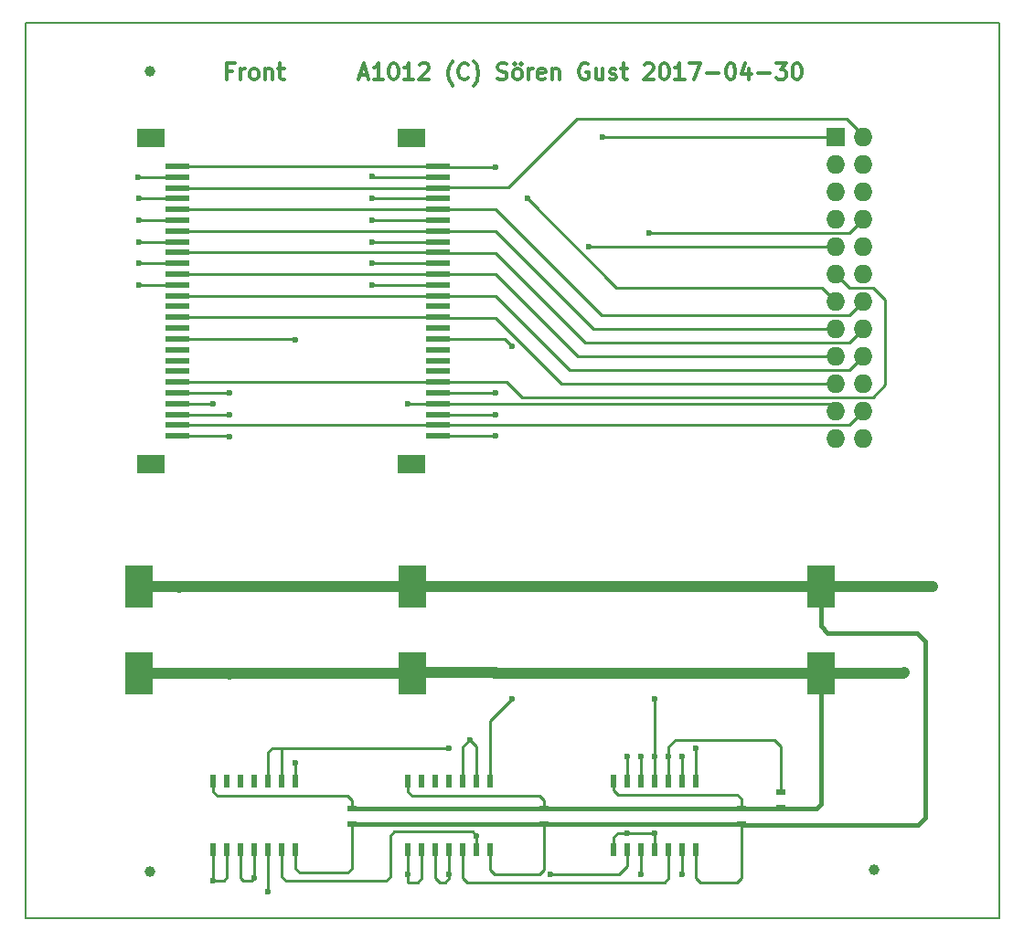
<source format=gbr>
G04 #@! TF.FileFunction,Copper,L1,Top,Signal*
%FSLAX46Y46*%
G04 Gerber Fmt 4.6, Leading zero omitted, Abs format (unit mm)*
G04 Created by KiCad (PCBNEW 4.0.5+dfsg1-4~bpo8+1) date Sun Apr 30 20:15:14 2017*
%MOMM*%
%LPD*%
G01*
G04 APERTURE LIST*
%ADD10C,0.100000*%
%ADD11C,0.300000*%
%ADD12C,0.150000*%
%ADD13R,0.900000X0.500000*%
%ADD14R,2.500000X4.000000*%
%ADD15R,1.727200X1.727200*%
%ADD16O,1.727200X1.727200*%
%ADD17R,2.200000X0.600000*%
%ADD18R,2.600000X1.800000*%
%ADD19R,0.508000X1.143000*%
%ADD20C,1.000000*%
%ADD21C,0.600000*%
%ADD22C,1.000000*%
%ADD23C,0.400000*%
%ADD24C,0.250000*%
G04 APERTURE END LIST*
D10*
D11*
X165463717Y-76831000D02*
X166178003Y-76831000D01*
X165320860Y-77259571D02*
X165820860Y-75759571D01*
X166320860Y-77259571D01*
X167606574Y-77259571D02*
X166749431Y-77259571D01*
X167178003Y-77259571D02*
X167178003Y-75759571D01*
X167035146Y-75973857D01*
X166892288Y-76116714D01*
X166749431Y-76188143D01*
X168535145Y-75759571D02*
X168678002Y-75759571D01*
X168820859Y-75831000D01*
X168892288Y-75902429D01*
X168963717Y-76045286D01*
X169035145Y-76331000D01*
X169035145Y-76688143D01*
X168963717Y-76973857D01*
X168892288Y-77116714D01*
X168820859Y-77188143D01*
X168678002Y-77259571D01*
X168535145Y-77259571D01*
X168392288Y-77188143D01*
X168320859Y-77116714D01*
X168249431Y-76973857D01*
X168178002Y-76688143D01*
X168178002Y-76331000D01*
X168249431Y-76045286D01*
X168320859Y-75902429D01*
X168392288Y-75831000D01*
X168535145Y-75759571D01*
X170463716Y-77259571D02*
X169606573Y-77259571D01*
X170035145Y-77259571D02*
X170035145Y-75759571D01*
X169892288Y-75973857D01*
X169749430Y-76116714D01*
X169606573Y-76188143D01*
X171035144Y-75902429D02*
X171106573Y-75831000D01*
X171249430Y-75759571D01*
X171606573Y-75759571D01*
X171749430Y-75831000D01*
X171820859Y-75902429D01*
X171892287Y-76045286D01*
X171892287Y-76188143D01*
X171820859Y-76402429D01*
X170963716Y-77259571D01*
X171892287Y-77259571D01*
X174106572Y-77831000D02*
X174035144Y-77759571D01*
X173892287Y-77545286D01*
X173820858Y-77402429D01*
X173749429Y-77188143D01*
X173678001Y-76831000D01*
X173678001Y-76545286D01*
X173749429Y-76188143D01*
X173820858Y-75973857D01*
X173892287Y-75831000D01*
X174035144Y-75616714D01*
X174106572Y-75545286D01*
X175535144Y-77116714D02*
X175463715Y-77188143D01*
X175249429Y-77259571D01*
X175106572Y-77259571D01*
X174892287Y-77188143D01*
X174749429Y-77045286D01*
X174678001Y-76902429D01*
X174606572Y-76616714D01*
X174606572Y-76402429D01*
X174678001Y-76116714D01*
X174749429Y-75973857D01*
X174892287Y-75831000D01*
X175106572Y-75759571D01*
X175249429Y-75759571D01*
X175463715Y-75831000D01*
X175535144Y-75902429D01*
X176035144Y-77831000D02*
X176106572Y-77759571D01*
X176249429Y-77545286D01*
X176320858Y-77402429D01*
X176392287Y-77188143D01*
X176463715Y-76831000D01*
X176463715Y-76545286D01*
X176392287Y-76188143D01*
X176320858Y-75973857D01*
X176249429Y-75831000D01*
X176106572Y-75616714D01*
X176035144Y-75545286D01*
X178249429Y-77188143D02*
X178463715Y-77259571D01*
X178820858Y-77259571D01*
X178963715Y-77188143D01*
X179035144Y-77116714D01*
X179106572Y-76973857D01*
X179106572Y-76831000D01*
X179035144Y-76688143D01*
X178963715Y-76616714D01*
X178820858Y-76545286D01*
X178535144Y-76473857D01*
X178392286Y-76402429D01*
X178320858Y-76331000D01*
X178249429Y-76188143D01*
X178249429Y-76045286D01*
X178320858Y-75902429D01*
X178392286Y-75831000D01*
X178535144Y-75759571D01*
X178892286Y-75759571D01*
X179106572Y-75831000D01*
X179963715Y-77259571D02*
X179820857Y-77188143D01*
X179749429Y-77116714D01*
X179678000Y-76973857D01*
X179678000Y-76545286D01*
X179749429Y-76402429D01*
X179820857Y-76331000D01*
X179963715Y-76259571D01*
X180178000Y-76259571D01*
X180320857Y-76331000D01*
X180392286Y-76402429D01*
X180463715Y-76545286D01*
X180463715Y-76973857D01*
X180392286Y-77116714D01*
X180320857Y-77188143D01*
X180178000Y-77259571D01*
X179963715Y-77259571D01*
X179820857Y-75759571D02*
X179892286Y-75831000D01*
X179820857Y-75902429D01*
X179749429Y-75831000D01*
X179820857Y-75759571D01*
X179820857Y-75902429D01*
X180392286Y-75759571D02*
X180463715Y-75831000D01*
X180392286Y-75902429D01*
X180320857Y-75831000D01*
X180392286Y-75759571D01*
X180392286Y-75902429D01*
X181106572Y-77259571D02*
X181106572Y-76259571D01*
X181106572Y-76545286D02*
X181178000Y-76402429D01*
X181249429Y-76331000D01*
X181392286Y-76259571D01*
X181535143Y-76259571D01*
X182606571Y-77188143D02*
X182463714Y-77259571D01*
X182178000Y-77259571D01*
X182035143Y-77188143D01*
X181963714Y-77045286D01*
X181963714Y-76473857D01*
X182035143Y-76331000D01*
X182178000Y-76259571D01*
X182463714Y-76259571D01*
X182606571Y-76331000D01*
X182678000Y-76473857D01*
X182678000Y-76616714D01*
X181963714Y-76759571D01*
X183320857Y-76259571D02*
X183320857Y-77259571D01*
X183320857Y-76402429D02*
X183392285Y-76331000D01*
X183535143Y-76259571D01*
X183749428Y-76259571D01*
X183892285Y-76331000D01*
X183963714Y-76473857D01*
X183963714Y-77259571D01*
X186606571Y-75831000D02*
X186463714Y-75759571D01*
X186249428Y-75759571D01*
X186035143Y-75831000D01*
X185892285Y-75973857D01*
X185820857Y-76116714D01*
X185749428Y-76402429D01*
X185749428Y-76616714D01*
X185820857Y-76902429D01*
X185892285Y-77045286D01*
X186035143Y-77188143D01*
X186249428Y-77259571D01*
X186392285Y-77259571D01*
X186606571Y-77188143D01*
X186678000Y-77116714D01*
X186678000Y-76616714D01*
X186392285Y-76616714D01*
X187963714Y-76259571D02*
X187963714Y-77259571D01*
X187320857Y-76259571D02*
X187320857Y-77045286D01*
X187392285Y-77188143D01*
X187535143Y-77259571D01*
X187749428Y-77259571D01*
X187892285Y-77188143D01*
X187963714Y-77116714D01*
X188606571Y-77188143D02*
X188749428Y-77259571D01*
X189035143Y-77259571D01*
X189178000Y-77188143D01*
X189249428Y-77045286D01*
X189249428Y-76973857D01*
X189178000Y-76831000D01*
X189035143Y-76759571D01*
X188820857Y-76759571D01*
X188678000Y-76688143D01*
X188606571Y-76545286D01*
X188606571Y-76473857D01*
X188678000Y-76331000D01*
X188820857Y-76259571D01*
X189035143Y-76259571D01*
X189178000Y-76331000D01*
X189678000Y-76259571D02*
X190249429Y-76259571D01*
X189892286Y-75759571D02*
X189892286Y-77045286D01*
X189963714Y-77188143D01*
X190106572Y-77259571D01*
X190249429Y-77259571D01*
X191820857Y-75902429D02*
X191892286Y-75831000D01*
X192035143Y-75759571D01*
X192392286Y-75759571D01*
X192535143Y-75831000D01*
X192606572Y-75902429D01*
X192678000Y-76045286D01*
X192678000Y-76188143D01*
X192606572Y-76402429D01*
X191749429Y-77259571D01*
X192678000Y-77259571D01*
X193606571Y-75759571D02*
X193749428Y-75759571D01*
X193892285Y-75831000D01*
X193963714Y-75902429D01*
X194035143Y-76045286D01*
X194106571Y-76331000D01*
X194106571Y-76688143D01*
X194035143Y-76973857D01*
X193963714Y-77116714D01*
X193892285Y-77188143D01*
X193749428Y-77259571D01*
X193606571Y-77259571D01*
X193463714Y-77188143D01*
X193392285Y-77116714D01*
X193320857Y-76973857D01*
X193249428Y-76688143D01*
X193249428Y-76331000D01*
X193320857Y-76045286D01*
X193392285Y-75902429D01*
X193463714Y-75831000D01*
X193606571Y-75759571D01*
X195535142Y-77259571D02*
X194677999Y-77259571D01*
X195106571Y-77259571D02*
X195106571Y-75759571D01*
X194963714Y-75973857D01*
X194820856Y-76116714D01*
X194677999Y-76188143D01*
X196035142Y-75759571D02*
X197035142Y-75759571D01*
X196392285Y-77259571D01*
X197606570Y-76688143D02*
X198749427Y-76688143D01*
X199749427Y-75759571D02*
X199892284Y-75759571D01*
X200035141Y-75831000D01*
X200106570Y-75902429D01*
X200177999Y-76045286D01*
X200249427Y-76331000D01*
X200249427Y-76688143D01*
X200177999Y-76973857D01*
X200106570Y-77116714D01*
X200035141Y-77188143D01*
X199892284Y-77259571D01*
X199749427Y-77259571D01*
X199606570Y-77188143D01*
X199535141Y-77116714D01*
X199463713Y-76973857D01*
X199392284Y-76688143D01*
X199392284Y-76331000D01*
X199463713Y-76045286D01*
X199535141Y-75902429D01*
X199606570Y-75831000D01*
X199749427Y-75759571D01*
X201535141Y-76259571D02*
X201535141Y-77259571D01*
X201177998Y-75688143D02*
X200820855Y-76759571D01*
X201749427Y-76759571D01*
X202320855Y-76688143D02*
X203463712Y-76688143D01*
X204035141Y-75759571D02*
X204963712Y-75759571D01*
X204463712Y-76331000D01*
X204677998Y-76331000D01*
X204820855Y-76402429D01*
X204892284Y-76473857D01*
X204963712Y-76616714D01*
X204963712Y-76973857D01*
X204892284Y-77116714D01*
X204820855Y-77188143D01*
X204677998Y-77259571D01*
X204249426Y-77259571D01*
X204106569Y-77188143D01*
X204035141Y-77116714D01*
X205892283Y-75759571D02*
X206035140Y-75759571D01*
X206177997Y-75831000D01*
X206249426Y-75902429D01*
X206320855Y-76045286D01*
X206392283Y-76331000D01*
X206392283Y-76688143D01*
X206320855Y-76973857D01*
X206249426Y-77116714D01*
X206177997Y-77188143D01*
X206035140Y-77259571D01*
X205892283Y-77259571D01*
X205749426Y-77188143D01*
X205677997Y-77116714D01*
X205606569Y-76973857D01*
X205535140Y-76688143D01*
X205535140Y-76331000D01*
X205606569Y-76045286D01*
X205677997Y-75902429D01*
X205749426Y-75831000D01*
X205892283Y-75759571D01*
X153666286Y-76473857D02*
X153166286Y-76473857D01*
X153166286Y-77259571D02*
X153166286Y-75759571D01*
X153880572Y-75759571D01*
X154452000Y-77259571D02*
X154452000Y-76259571D01*
X154452000Y-76545286D02*
X154523428Y-76402429D01*
X154594857Y-76331000D01*
X154737714Y-76259571D01*
X154880571Y-76259571D01*
X155594857Y-77259571D02*
X155451999Y-77188143D01*
X155380571Y-77116714D01*
X155309142Y-76973857D01*
X155309142Y-76545286D01*
X155380571Y-76402429D01*
X155451999Y-76331000D01*
X155594857Y-76259571D01*
X155809142Y-76259571D01*
X155951999Y-76331000D01*
X156023428Y-76402429D01*
X156094857Y-76545286D01*
X156094857Y-76973857D01*
X156023428Y-77116714D01*
X155951999Y-77188143D01*
X155809142Y-77259571D01*
X155594857Y-77259571D01*
X156737714Y-76259571D02*
X156737714Y-77259571D01*
X156737714Y-76402429D02*
X156809142Y-76331000D01*
X156952000Y-76259571D01*
X157166285Y-76259571D01*
X157309142Y-76331000D01*
X157380571Y-76473857D01*
X157380571Y-77259571D01*
X157880571Y-76259571D02*
X158452000Y-76259571D01*
X158094857Y-75759571D02*
X158094857Y-77045286D01*
X158166285Y-77188143D01*
X158309143Y-77259571D01*
X158452000Y-77259571D01*
D12*
X134493000Y-154940000D02*
X136652000Y-154940000D01*
X134493000Y-72009000D02*
X134493000Y-154940000D01*
X224663000Y-72009000D02*
X134493000Y-72009000D01*
X224663000Y-74930000D02*
X224663000Y-72009000D01*
X224663000Y-154940000D02*
X224663000Y-74930000D01*
X136652000Y-154940000D02*
X224663000Y-154940000D01*
D13*
X164719000Y-144792000D03*
X164719000Y-146292000D03*
D14*
X208153000Y-132270000D03*
X208153000Y-124270000D03*
X170307000Y-132270000D03*
X170307000Y-124270000D03*
X145034000Y-132270000D03*
X145034000Y-124270000D03*
D15*
X209550000Y-82550000D03*
D16*
X212090000Y-82550000D03*
X209550000Y-85090000D03*
X212090000Y-85090000D03*
X209550000Y-87630000D03*
X212090000Y-87630000D03*
X209550000Y-90170000D03*
X212090000Y-90170000D03*
X209550000Y-92710000D03*
X212090000Y-92710000D03*
X209550000Y-95250000D03*
X212090000Y-95250000D03*
X209550000Y-97790000D03*
X212090000Y-97790000D03*
X209550000Y-100330000D03*
X212090000Y-100330000D03*
X209550000Y-102870000D03*
X212090000Y-102870000D03*
X209550000Y-105410000D03*
X212090000Y-105410000D03*
X209550000Y-107950000D03*
X212090000Y-107950000D03*
X209550000Y-110490000D03*
X212090000Y-110490000D03*
D17*
X172680000Y-85290000D03*
X172680000Y-86290000D03*
X172680000Y-87290000D03*
X172680000Y-88290000D03*
X172680000Y-89290000D03*
X172680000Y-90290000D03*
X172680000Y-91290000D03*
X172680000Y-92290000D03*
X172680000Y-93290000D03*
X172680000Y-94290000D03*
X172680000Y-95290000D03*
X172680000Y-96290000D03*
X172680000Y-97290000D03*
X172680000Y-98290000D03*
X172680000Y-99290000D03*
X172680000Y-100290000D03*
X172680000Y-101290000D03*
X172680000Y-102290000D03*
X172680000Y-103290000D03*
X172680000Y-104290000D03*
X172680000Y-105290000D03*
X172680000Y-106290000D03*
X172680000Y-107290000D03*
X172680000Y-108290000D03*
X172680000Y-109290000D03*
X172680000Y-110290000D03*
D18*
X170280000Y-82690000D03*
X170280000Y-112890000D03*
D17*
X148550000Y-85290000D03*
X148550000Y-86290000D03*
X148550000Y-87290000D03*
X148550000Y-88290000D03*
X148550000Y-89290000D03*
X148550000Y-90290000D03*
X148550000Y-91290000D03*
X148550000Y-92290000D03*
X148550000Y-93290000D03*
X148550000Y-94290000D03*
X148550000Y-95290000D03*
X148550000Y-96290000D03*
X148550000Y-97290000D03*
X148550000Y-98290000D03*
X148550000Y-99290000D03*
X148550000Y-100290000D03*
X148550000Y-101290000D03*
X148550000Y-102290000D03*
X148550000Y-103290000D03*
X148550000Y-104290000D03*
X148550000Y-105290000D03*
X148550000Y-106290000D03*
X148550000Y-107290000D03*
X148550000Y-108290000D03*
X148550000Y-109290000D03*
X148550000Y-110290000D03*
D18*
X146150000Y-82690000D03*
X146150000Y-112890000D03*
D13*
X204470000Y-144768000D03*
X204470000Y-143268000D03*
D19*
X169926000Y-148590000D03*
X171196000Y-148590000D03*
X172466000Y-148590000D03*
X173736000Y-148590000D03*
X175006000Y-148590000D03*
X176276000Y-148590000D03*
X177546000Y-148590000D03*
X177546000Y-142240000D03*
X176276000Y-142240000D03*
X173736000Y-142240000D03*
X172466000Y-142240000D03*
X171196000Y-142240000D03*
X169926000Y-142240000D03*
X175006000Y-142240000D03*
X188976000Y-148590000D03*
X190246000Y-148590000D03*
X191516000Y-148590000D03*
X192786000Y-148590000D03*
X194056000Y-148590000D03*
X195326000Y-148590000D03*
X196596000Y-148590000D03*
X196596000Y-142240000D03*
X195326000Y-142240000D03*
X192786000Y-142240000D03*
X191516000Y-142240000D03*
X190246000Y-142240000D03*
X188976000Y-142240000D03*
X194056000Y-142240000D03*
X151892000Y-148590000D03*
X153162000Y-148590000D03*
X154432000Y-148590000D03*
X155702000Y-148590000D03*
X156972000Y-148590000D03*
X158242000Y-148590000D03*
X159512000Y-148590000D03*
X159512000Y-142240000D03*
X158242000Y-142240000D03*
X155702000Y-142240000D03*
X154432000Y-142240000D03*
X153162000Y-142240000D03*
X151892000Y-142240000D03*
X156972000Y-142240000D03*
D13*
X182499000Y-144792000D03*
X182499000Y-146292000D03*
X200787000Y-144792000D03*
X200787000Y-146292000D03*
D20*
X146050000Y-150622000D03*
X146050000Y-76454000D03*
X213106000Y-150495000D03*
D21*
X215900000Y-132207000D03*
X178054000Y-132207000D03*
X178054000Y-110236000D03*
X178054000Y-108331000D03*
X178054000Y-106299000D03*
X153416000Y-132334000D03*
X153416000Y-110363000D03*
X153416000Y-108331000D03*
X153416000Y-106299000D03*
X166624000Y-124270000D03*
X218504000Y-124270000D03*
X166624000Y-96266000D03*
X166624000Y-94234000D03*
X166624000Y-92329000D03*
X166624000Y-90297000D03*
X166624000Y-88265000D03*
X166624000Y-86233000D03*
X148717000Y-124333000D03*
X145034000Y-88290000D03*
X145034000Y-90290000D03*
X145034000Y-92329000D03*
X145034000Y-94290000D03*
X144964000Y-86290000D03*
X145034000Y-96266000D03*
X176276000Y-147320000D03*
X187960000Y-82550000D03*
X192278000Y-91440000D03*
X192786000Y-134620000D03*
X192786000Y-139954000D03*
X191516000Y-150876000D03*
X186690000Y-92710000D03*
X151892000Y-151511000D03*
X151892000Y-107315000D03*
X178054000Y-85344000D03*
X180975000Y-88265000D03*
X169926000Y-150876000D03*
X169926000Y-107315000D03*
X179578000Y-101981000D03*
X179578000Y-134620000D03*
X159512000Y-101346000D03*
X159512000Y-140589000D03*
X190246000Y-147066000D03*
X190246000Y-139954000D03*
X192786000Y-147066000D03*
X194056000Y-139954000D03*
X173736000Y-150876000D03*
X183134000Y-150876000D03*
X175641000Y-138430000D03*
X195326000Y-150876000D03*
X196596000Y-139192000D03*
X173736000Y-139192000D03*
X156972000Y-152527000D03*
X195326000Y-139954000D03*
X155702000Y-151257000D03*
X191516000Y-139954000D03*
D22*
X215837000Y-132270000D02*
X208153000Y-132270000D01*
X215900000Y-132207000D02*
X215837000Y-132270000D01*
X170307000Y-132270000D02*
X153480000Y-132270000D01*
X153480000Y-132270000D02*
X153416000Y-132334000D01*
X178054000Y-132207000D02*
X170370000Y-132207000D01*
X170370000Y-132207000D02*
X170307000Y-132270000D01*
X208153000Y-132270000D02*
X178117000Y-132270000D01*
X178117000Y-132270000D02*
X178054000Y-132207000D01*
X177991000Y-132270000D02*
X178054000Y-132207000D01*
X153480000Y-132270000D02*
X153416000Y-132334000D01*
X170370000Y-132207000D02*
X170307000Y-132270000D01*
X170370000Y-132207000D02*
X170307000Y-132270000D01*
D23*
X182499000Y-144792000D02*
X164719000Y-144792000D01*
X200787000Y-144792000D02*
X182499000Y-144792000D01*
X164720102Y-144790898D02*
X164719000Y-144792000D01*
X204482000Y-144780000D02*
X207772000Y-144780000D01*
X208153000Y-144399000D02*
X207772000Y-144780000D01*
X208153000Y-144399000D02*
X208153000Y-132270000D01*
X204482000Y-144780000D02*
X204470000Y-144792000D01*
X204470000Y-144792000D02*
X200787000Y-144792000D01*
X200799000Y-144768000D02*
X200787000Y-144780000D01*
D24*
X164719000Y-144792000D02*
X164719000Y-144018000D01*
X164719000Y-144018000D02*
X164338000Y-143637000D01*
X164338000Y-143637000D02*
X152273000Y-143637000D01*
X152273000Y-143637000D02*
X151892000Y-143256000D01*
X151892000Y-143256000D02*
X151892000Y-142240000D01*
X200787000Y-144780000D02*
X200787000Y-143891000D01*
X188976000Y-143129000D02*
X188976000Y-142240000D01*
X189357000Y-143510000D02*
X188976000Y-143129000D01*
X200406000Y-143510000D02*
X189357000Y-143510000D01*
X200787000Y-143891000D02*
X200406000Y-143510000D01*
X182499000Y-144792000D02*
X182499000Y-144018000D01*
X182499000Y-144018000D02*
X182118000Y-143637000D01*
X182118000Y-143637000D02*
X170307000Y-143637000D01*
X170307000Y-143637000D02*
X169926000Y-143256000D01*
X169926000Y-143256000D02*
X169926000Y-142240000D01*
X172680000Y-110290000D02*
X178000000Y-110290000D01*
X178000000Y-110290000D02*
X178054000Y-110236000D01*
X172680000Y-108290000D02*
X178013000Y-108290000D01*
X178013000Y-108290000D02*
X178054000Y-108331000D01*
X172680000Y-106290000D02*
X178045000Y-106290000D01*
X178045000Y-106290000D02*
X178054000Y-106299000D01*
D22*
X153480000Y-132270000D02*
X153543000Y-132270000D01*
X153543000Y-132270000D02*
X146050000Y-132270000D01*
X153416000Y-132334000D02*
X153480000Y-132270000D01*
D24*
X148550000Y-110290000D02*
X153343000Y-110290000D01*
X153343000Y-110290000D02*
X153416000Y-110363000D01*
X148550000Y-108290000D02*
X153375000Y-108290000D01*
X153375000Y-108290000D02*
X153416000Y-108331000D01*
X148550000Y-106290000D02*
X153407000Y-106290000D01*
X153407000Y-106290000D02*
X153416000Y-106299000D01*
D22*
X166624000Y-124270000D02*
X148780000Y-124270000D01*
X148780000Y-124270000D02*
X148717000Y-124333000D01*
X170307000Y-124270000D02*
X166624000Y-124270000D01*
X208153000Y-124270000D02*
X170307000Y-124270000D01*
X208153000Y-124270000D02*
X218504000Y-124270000D01*
D23*
X182499000Y-146292000D02*
X164719000Y-146292000D01*
X200787000Y-146292000D02*
X182499000Y-146292000D01*
D24*
X182499000Y-146292000D02*
X182499000Y-150495000D01*
X182499000Y-150495000D02*
X182118000Y-150876000D01*
X182118000Y-150876000D02*
X177927000Y-150876000D01*
X177927000Y-150876000D02*
X177546000Y-150495000D01*
X177546000Y-150495000D02*
X177546000Y-148590000D01*
D23*
X208153000Y-124270000D02*
X208153000Y-127889000D01*
X217170000Y-146304000D02*
X200799000Y-146304000D01*
X217805000Y-145669000D02*
X217170000Y-146304000D01*
X217805000Y-129286000D02*
X217805000Y-145669000D01*
X217043000Y-128524000D02*
X217805000Y-129286000D01*
X208788000Y-128524000D02*
X217043000Y-128524000D01*
X208153000Y-127889000D02*
X208788000Y-128524000D01*
X200799000Y-146304000D02*
X200787000Y-146292000D01*
D24*
X164719000Y-146292000D02*
X164719000Y-150368000D01*
X164719000Y-150368000D02*
X164338000Y-150749000D01*
X164338000Y-150749000D02*
X159893000Y-150749000D01*
X159893000Y-150749000D02*
X159512000Y-150368000D01*
X159512000Y-150368000D02*
X159512000Y-148590000D01*
X200787000Y-146292000D02*
X200787000Y-151257000D01*
X200787000Y-151257000D02*
X200406000Y-151638000D01*
X200406000Y-151638000D02*
X196977000Y-151638000D01*
X196977000Y-151638000D02*
X196596000Y-151257000D01*
X196596000Y-151257000D02*
X196596000Y-148590000D01*
X177546000Y-150495000D02*
X177546000Y-148590000D01*
X177927000Y-150876000D02*
X177546000Y-150495000D01*
X182118000Y-150876000D02*
X177927000Y-150876000D01*
X182499000Y-150495000D02*
X182118000Y-150876000D01*
X172680000Y-96290000D02*
X166648000Y-96290000D01*
X166648000Y-96290000D02*
X166624000Y-96266000D01*
X172680000Y-94290000D02*
X166680000Y-94290000D01*
X166680000Y-94290000D02*
X166624000Y-94234000D01*
X172680000Y-92290000D02*
X166663000Y-92290000D01*
X166663000Y-92290000D02*
X166624000Y-92329000D01*
X172680000Y-90290000D02*
X166631000Y-90290000D01*
X166631000Y-90290000D02*
X166624000Y-90297000D01*
X172680000Y-88290000D02*
X166649000Y-88290000D01*
X166649000Y-88290000D02*
X166624000Y-88265000D01*
X172680000Y-86290000D02*
X166681000Y-86290000D01*
X166681000Y-86290000D02*
X166624000Y-86233000D01*
D22*
X148717000Y-124333000D02*
X148717000Y-124270000D01*
X148717000Y-124270000D02*
X146050000Y-124270000D01*
D24*
X144907000Y-86233000D02*
X144964000Y-86290000D01*
X144964000Y-86290000D02*
X144907000Y-86233000D01*
X145034000Y-96266000D02*
X145058000Y-96290000D01*
X148550000Y-96290000D02*
X145058000Y-96290000D01*
X145058000Y-96290000D02*
X145034000Y-96266000D01*
X148550000Y-94290000D02*
X145034000Y-94290000D01*
X145034000Y-94290000D02*
X144963000Y-94290000D01*
X144963000Y-94290000D02*
X144907000Y-94234000D01*
X148550000Y-92290000D02*
X144946000Y-92290000D01*
X144946000Y-92290000D02*
X144907000Y-92329000D01*
X148550000Y-90290000D02*
X145034000Y-90290000D01*
X145034000Y-90290000D02*
X144914000Y-90290000D01*
X144914000Y-90290000D02*
X144907000Y-90297000D01*
X148550000Y-88290000D02*
X145034000Y-88290000D01*
X145034000Y-88290000D02*
X144932000Y-88290000D01*
X144932000Y-88290000D02*
X144907000Y-88265000D01*
X148550000Y-86290000D02*
X144964000Y-86290000D01*
X209550000Y-82550000D02*
X187960000Y-82550000D01*
X158242000Y-148590000D02*
X158242000Y-151130000D01*
X176276000Y-147320000D02*
X176276000Y-148590000D01*
X175895000Y-146939000D02*
X176276000Y-147320000D01*
X168656000Y-146939000D02*
X175895000Y-146939000D01*
X168275000Y-147320000D02*
X168656000Y-146939000D01*
X168275000Y-151130000D02*
X168275000Y-147320000D01*
X167894000Y-151511000D02*
X168275000Y-151130000D01*
X158623000Y-151511000D02*
X167894000Y-151511000D01*
X158242000Y-151130000D02*
X158623000Y-151511000D01*
X172680000Y-87290000D02*
X148550000Y-87290000D01*
X212090000Y-82550000D02*
X212090000Y-82423000D01*
X212090000Y-82423000D02*
X210566000Y-80899000D01*
X210566000Y-80899000D02*
X185547000Y-80899000D01*
X185547000Y-80899000D02*
X179197000Y-87249000D01*
X179197000Y-87249000D02*
X172721000Y-87249000D01*
X172721000Y-87249000D02*
X172680000Y-87290000D01*
X192786000Y-139954000D02*
X192786000Y-134620000D01*
X210820000Y-91440000D02*
X212090000Y-90170000D01*
X192278000Y-91440000D02*
X210820000Y-91440000D01*
X191516000Y-148590000D02*
X191516000Y-150876000D01*
X192786000Y-139954000D02*
X192786000Y-142240000D01*
X186690000Y-92710000D02*
X209550000Y-92710000D01*
X148550000Y-107290000D02*
X151867000Y-107290000D01*
X151892000Y-107315000D02*
X151867000Y-107290000D01*
X151892000Y-148590000D02*
X151892000Y-151511000D01*
X153162000Y-151130000D02*
X153162000Y-148590000D01*
X152908000Y-151511000D02*
X153162000Y-151130000D01*
X151892000Y-151511000D02*
X152908000Y-151511000D01*
X151892000Y-151511000D02*
X151892000Y-151511000D01*
X148550000Y-105290000D02*
X172680000Y-105290000D01*
X172680000Y-105290000D02*
X172687000Y-105283000D01*
X172687000Y-105283000D02*
X178054000Y-105283000D01*
X178054000Y-105283000D02*
X179070000Y-105283000D01*
X179070000Y-105283000D02*
X180467000Y-106680000D01*
X180467000Y-106680000D02*
X212979000Y-106680000D01*
X212979000Y-106680000D02*
X214122000Y-105537000D01*
X214122000Y-105537000D02*
X214122000Y-97663000D01*
X214122000Y-97663000D02*
X212979000Y-96520000D01*
X212979000Y-96520000D02*
X210820000Y-96520000D01*
X210820000Y-96520000D02*
X209550000Y-95250000D01*
X172680000Y-85290000D02*
X148550000Y-85290000D01*
X209550000Y-97790000D02*
X208280000Y-96520000D01*
X178054000Y-85344000D02*
X172734000Y-85344000D01*
X189230000Y-96520000D02*
X180975000Y-88265000D01*
X208280000Y-96520000D02*
X189230000Y-96520000D01*
X172734000Y-85344000D02*
X172680000Y-85290000D01*
X148550000Y-89290000D02*
X172680000Y-89290000D01*
X172680000Y-89290000D02*
X172689000Y-89281000D01*
X172689000Y-89281000D02*
X178054000Y-89281000D01*
X178054000Y-89281000D02*
X187833000Y-99060000D01*
X187833000Y-99060000D02*
X210820000Y-99060000D01*
X210820000Y-99060000D02*
X212090000Y-97790000D01*
X148550000Y-91290000D02*
X172680000Y-91290000D01*
X172680000Y-91290000D02*
X172703000Y-91313000D01*
X172703000Y-91313000D02*
X178054000Y-91313000D01*
X178054000Y-91313000D02*
X187071000Y-100330000D01*
X187071000Y-100330000D02*
X209550000Y-100330000D01*
X148550000Y-93290000D02*
X172680000Y-93290000D01*
X172680000Y-93290000D02*
X172735000Y-93345000D01*
X172735000Y-93345000D02*
X178054000Y-93345000D01*
X178054000Y-93345000D02*
X186309000Y-101600000D01*
X186309000Y-101600000D02*
X210820000Y-101600000D01*
X210820000Y-101600000D02*
X212090000Y-100330000D01*
X148550000Y-95290000D02*
X172680000Y-95290000D01*
X172680000Y-95290000D02*
X172720000Y-95250000D01*
X172720000Y-95250000D02*
X178054000Y-95250000D01*
X178054000Y-95250000D02*
X185674000Y-102870000D01*
X185674000Y-102870000D02*
X209550000Y-102870000D01*
X148550000Y-97290000D02*
X172680000Y-97290000D01*
X172680000Y-97290000D02*
X172688000Y-97282000D01*
X172688000Y-97282000D02*
X178054000Y-97282000D01*
X178054000Y-97282000D02*
X184912000Y-104140000D01*
X184912000Y-104140000D02*
X210820000Y-104140000D01*
X210820000Y-104140000D02*
X212090000Y-102870000D01*
X148550000Y-99290000D02*
X172680000Y-99290000D01*
X172680000Y-99290000D02*
X172704000Y-99314000D01*
X172704000Y-99314000D02*
X178054000Y-99314000D01*
X178054000Y-99314000D02*
X184150000Y-105410000D01*
X184150000Y-105410000D02*
X209550000Y-105410000D01*
X172680000Y-107290000D02*
X169951000Y-107290000D01*
X169926000Y-107315000D02*
X169951000Y-107290000D01*
X169926000Y-148590000D02*
X169926000Y-150876000D01*
X169926000Y-150876000D02*
X169926000Y-151638000D01*
X171196000Y-151257000D02*
X171196000Y-148590000D01*
X170815000Y-151638000D02*
X171196000Y-151257000D01*
X169926000Y-151638000D02*
X170815000Y-151638000D01*
X169926000Y-151638000D02*
X169926000Y-151638000D01*
X172680000Y-107290000D02*
X208890000Y-107290000D01*
X208890000Y-107290000D02*
X209550000Y-107950000D01*
X148550000Y-109290000D02*
X172680000Y-109290000D01*
X172680000Y-109290000D02*
X172750000Y-109220000D01*
X172750000Y-109220000D02*
X210820000Y-109220000D01*
X210820000Y-109220000D02*
X212090000Y-107950000D01*
X177546000Y-142240000D02*
X177546000Y-136652000D01*
X178887000Y-101290000D02*
X172680000Y-101290000D01*
X179578000Y-101981000D02*
X178887000Y-101290000D01*
X177546000Y-136652000D02*
X179578000Y-134620000D01*
X159512000Y-142240000D02*
X159512000Y-140589000D01*
X159456000Y-101290000D02*
X148550000Y-101290000D01*
X159512000Y-101346000D02*
X159456000Y-101290000D01*
X190246000Y-142240000D02*
X190246000Y-139954000D01*
X204470000Y-143268000D02*
X204470000Y-139065000D01*
X194056000Y-139065000D02*
X194056000Y-139954000D01*
X194691000Y-138430000D02*
X194056000Y-139065000D01*
X203835000Y-138430000D02*
X194691000Y-138430000D01*
X204470000Y-139065000D02*
X203835000Y-138430000D01*
X194056000Y-142240000D02*
X194056000Y-139954000D01*
X188976000Y-148590000D02*
X188976000Y-147447000D01*
X192786000Y-147066000D02*
X192786000Y-148590000D01*
X192786000Y-147066000D02*
X192786000Y-147066000D01*
X189357000Y-147066000D02*
X190246000Y-147066000D01*
X190246000Y-147066000D02*
X192786000Y-147066000D01*
X188976000Y-147447000D02*
X189357000Y-147066000D01*
X190246000Y-148590000D02*
X190246000Y-150114000D01*
X189484000Y-150876000D02*
X183134000Y-150876000D01*
X190246000Y-150114000D02*
X189484000Y-150876000D01*
X172466000Y-148590000D02*
X172466000Y-151257000D01*
X173736000Y-151257000D02*
X173736000Y-150876000D01*
X173736000Y-150876000D02*
X173736000Y-148590000D01*
X173355000Y-151638000D02*
X173736000Y-151257000D01*
X172847000Y-151638000D02*
X173355000Y-151638000D01*
X172466000Y-151257000D02*
X172847000Y-151638000D01*
X175006000Y-148590000D02*
X175006000Y-151257000D01*
X194056000Y-151257000D02*
X194056000Y-148590000D01*
X193675000Y-151638000D02*
X194056000Y-151257000D01*
X175387000Y-151638000D02*
X193675000Y-151638000D01*
X175006000Y-151257000D02*
X175387000Y-151638000D01*
X176276000Y-142240000D02*
X176276000Y-139065000D01*
X176276000Y-139065000D02*
X175641000Y-138430000D01*
X195326000Y-148590000D02*
X195326000Y-150876000D01*
X175006000Y-139065000D02*
X175006000Y-142240000D01*
X175641000Y-138430000D02*
X175006000Y-139065000D01*
X158242000Y-139192000D02*
X173736000Y-139192000D01*
X196596000Y-139192000D02*
X196596000Y-142240000D01*
X156972000Y-142240000D02*
X156972000Y-139573000D01*
X158242000Y-139192000D02*
X158242000Y-142240000D01*
X158242000Y-139192000D02*
X158242000Y-139192000D01*
X157353000Y-139192000D02*
X157607000Y-139192000D01*
X157607000Y-139192000D02*
X158242000Y-139192000D01*
X156972000Y-139573000D02*
X157353000Y-139192000D01*
X195326000Y-142240000D02*
X195326000Y-139954000D01*
X156972000Y-152527000D02*
X156972000Y-148590000D01*
X191516000Y-142240000D02*
X191516000Y-139954000D01*
X154432000Y-148590000D02*
X154432000Y-151257000D01*
X155702000Y-151257000D02*
X155702000Y-148590000D01*
X155448000Y-151511000D02*
X155702000Y-151257000D01*
X154686000Y-151511000D02*
X155448000Y-151511000D01*
X154432000Y-151257000D02*
X154686000Y-151511000D01*
M02*

</source>
